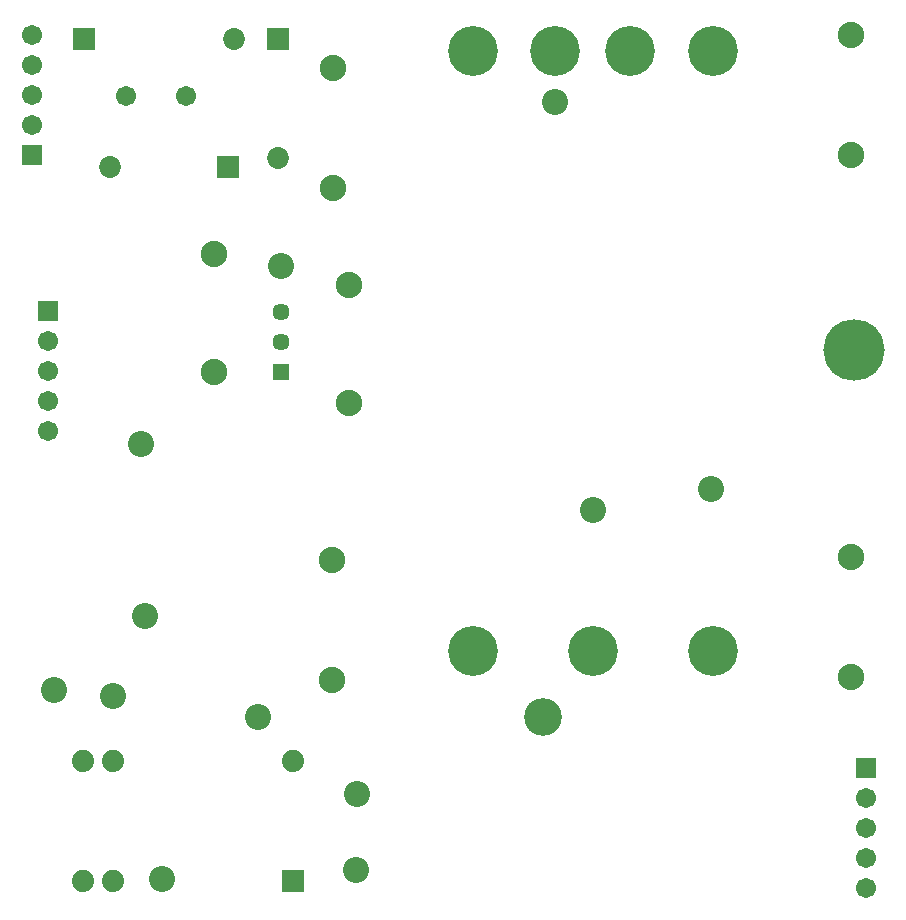
<source format=gts>
G04*
G04 #@! TF.GenerationSoftware,Altium Limited,Altium Designer,19.0.10 (269)*
G04*
G04 Layer_Color=8388736*
%FSLAX25Y25*%
%MOIN*%
G70*
G01*
G75*
%ADD13C,0.06706*%
%ADD14R,0.06706X0.06706*%
%ADD15C,0.16627*%
%ADD16C,0.07400*%
%ADD17R,0.07400X0.07400*%
%ADD18R,0.05713X0.05713*%
%ADD19C,0.05713*%
%ADD20C,0.08800*%
%ADD21R,0.07296X0.07296*%
%ADD22C,0.07296*%
%ADD23R,0.07296X0.07296*%
%ADD24C,0.08674*%
%ADD25C,0.20485*%
%ADD26C,0.12611*%
D13*
X14500Y173000D02*
D03*
Y183000D02*
D03*
Y193000D02*
D03*
Y203000D02*
D03*
X287000Y20500D02*
D03*
Y30500D02*
D03*
Y40500D02*
D03*
Y50500D02*
D03*
X9000Y305000D02*
D03*
Y295000D02*
D03*
Y285000D02*
D03*
Y275000D02*
D03*
X60500Y284500D02*
D03*
X40500D02*
D03*
D14*
X14500Y213000D02*
D03*
X287000Y60500D02*
D03*
X9000Y265000D02*
D03*
D15*
X156000Y299500D02*
D03*
X183500D02*
D03*
X208500D02*
D03*
X236000D02*
D03*
X156000Y99500D02*
D03*
X196000D02*
D03*
X236000D02*
D03*
D16*
X96000Y63000D02*
D03*
X36000D02*
D03*
X26000D02*
D03*
Y23000D02*
D03*
X36000D02*
D03*
D17*
X96000D02*
D03*
D18*
X92000Y192500D02*
D03*
D19*
Y202500D02*
D03*
Y212500D02*
D03*
D20*
X114724Y221500D02*
D03*
X114724Y182295D02*
D03*
X69776Y192500D02*
D03*
X69776Y231705D02*
D03*
X109500Y254000D02*
D03*
Y294000D02*
D03*
X109000Y89781D02*
D03*
Y129781D02*
D03*
X282000Y131000D02*
D03*
Y91000D02*
D03*
Y265000D02*
D03*
Y305000D02*
D03*
D21*
X91000Y303500D02*
D03*
D22*
Y264000D02*
D03*
X35000Y261000D02*
D03*
X76500Y303500D02*
D03*
D23*
X74500Y261000D02*
D03*
X26500Y303500D02*
D03*
D24*
X196000Y146500D02*
D03*
X92000Y228000D02*
D03*
X52500Y23500D02*
D03*
X235500Y153500D02*
D03*
X117000Y26500D02*
D03*
X84500Y77500D02*
D03*
X117500Y52000D02*
D03*
X16300Y86500D02*
D03*
X36000Y84500D02*
D03*
X183500Y282500D02*
D03*
X46800Y111100D02*
D03*
X45300Y168500D02*
D03*
D25*
X283000Y200000D02*
D03*
D26*
X179500Y77500D02*
D03*
M02*

</source>
